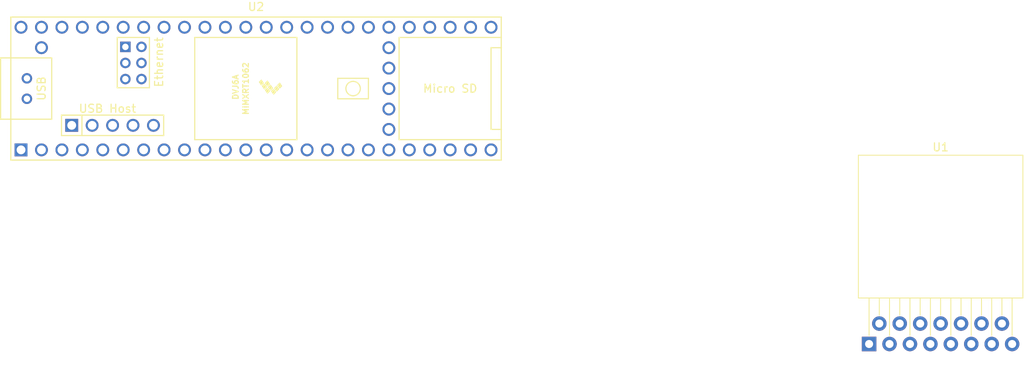
<source format=kicad_pcb>
(kicad_pcb (version 20221018) (generator pcbnew)
  (layers (0 "F.Cu" signal) (31 "B.Cu" signal) (34 "B.Paste" user) (35 "F.Paste" user) (36 "B.SilkS" user "B.Silkscreen") (37 "F.SilkS" user "F.Silkscreen") (38 "B.Mask" user) (39 "F.Mask" user) (44 "Edge.Cuts" user))
  (net 0 "")
  (footprint "Package_TO_SOT_THT:TO-220-15_P2.54x2.54mm_StaggerOdd_Lead5.84mm_TabDown" (layer "F.Cu") (at 148.59 72.39)
    (fp_text reference "U1" (at 8.89 -24.46) (layer "F.SilkS"))
    (fp_text value "L298HN")
    (fp_line (start -1.33 -23.46) (end -1.33 -5.72) (stroke (width 0.12)) (layer "F.SilkS"))
    (fp_line (start -1.33 -23.46) (end 19.11 -23.46) (stroke (width 0.12)) (layer "F.SilkS"))
    (fp_line (start -1.33 -5.72) (end 19.11 -5.72) (stroke (width 0.12)) (layer "F.SilkS"))
    (fp_line (start 0 -5.72) (end 0 -1.05) (stroke (width 0.12)) (layer "F.SilkS"))
    (fp_line (start 1.27 -5.72) (end 1.27 -3.606) (stroke (width 0.12)) (layer "F.SilkS"))
    (fp_line (start 2.54 -5.72) (end 2.54 -1.065) (stroke (width 0.12)) (layer "F.SilkS"))
    (fp_line (start 3.81 -5.72) (end 3.81 -3.606) (stroke (width 0.12)) (layer "F.SilkS"))
    (fp_line (start 5.08 -5.72) (end 5.08 -1.065) (stroke (width 0.12)) (layer "F.SilkS"))
    (fp_line (start 6.35 -5.72) (end 6.35 -3.606) (stroke (width 0.12)) (layer "F.SilkS"))
    (fp_line (start 7.62 -5.72) (end 7.62 -1.065) (stroke (width 0.12)) (layer "F.SilkS"))
    (fp_line (start 8.89 -5.72) (end 8.89 -3.606) (stroke (width 0.12)) (layer "F.SilkS"))
    (fp_line (start 10.16 -5.72) (end 10.16 -1.065) (stroke (width 0.12)) (layer "F.SilkS"))
    (fp_line (start 11.43 -5.72) (end 11.43 -3.606) (stroke (width 0.12)) (layer "F.SilkS"))
    (fp_line (start 12.7 -5.72) (end 12.7 -1.065) (stroke (width 0.12)) (layer "F.SilkS"))
    (fp_line (start 13.97 -5.72) (end 13.97 -3.606) (stroke (width 0.12)) (layer "F.SilkS"))
    (fp_line (start 15.24 -5.72) (end 15.24 -1.065) (stroke (width 0.12)) (layer "F.SilkS"))
    (fp_line (start 16.51 -5.72) (end 16.51 -3.606) (stroke (width 0.12)) (layer "F.SilkS"))
    (fp_line (start 17.78 -5.72) (end 17.78 -1.065) (stroke (width 0.12)) (layer "F.SilkS"))
    (fp_line (start 19.11 -23.46) (end 19.11 -5.72) (stroke (width 0.12)) (layer "F.SilkS"))
    (pad "" np_thru_hole oval (at 8.89 -20.54) (size 3.5 3.5) (drill 3.5) (layers "*.Cu" "*.Mask"))
    (pad "1" thru_hole rect (at 0 0) (size 1.8 1.8) (drill 1) (layers "*.Cu" "*.Mask"))
    (pad "2" thru_hole oval (at 1.27 -2.54) (size 1.8 1.8) (drill 1) (layers "*.Cu" "*.Mask"))
    (pad "3" thru_hole oval (at 2.54 0) (size 1.8 1.8) (drill 1) (layers "*.Cu" "*.Mask"))
    (pad "4" thru_hole oval (at 3.81 -2.54) (size 1.8 1.8) (drill 1) (layers "*.Cu" "*.Mask"))
    (pad "5" thru_hole oval (at 5.08 0) (size 1.8 1.8) (drill 1) (layers "*.Cu" "*.Mask"))
    (pad "6" thru_hole oval (at 6.35 -2.54) (size 1.8 1.8) (drill 1) (layers "*.Cu" "*.Mask"))
    (pad "7" thru_hole oval (at 7.62 0) (size 1.8 1.8) (drill 1) (layers "*.Cu" "*.Mask"))
    (pad "8" thru_hole oval (at 8.89 -2.54) (size 1.8 1.8) (drill 1) (layers "*.Cu" "*.Mask"))
    (pad "9" thru_hole oval (at 10.16 0) (size 1.8 1.8) (drill 1) (layers "*.Cu" "*.Mask"))
    (pad "10" thru_hole oval (at 11.43 -2.54) (size 1.8 1.8) (drill 1) (layers "*.Cu" "*.Mask"))
    (pad "11" thru_hole oval (at 12.7 0) (size 1.8 1.8) (drill 1) (layers "*.Cu" "*.Mask"))
    (pad "12" thru_hole oval (at 13.97 -2.54) (size 1.8 1.8) (drill 1) (layers "*.Cu" "*.Mask"))
    (pad "13" thru_hole oval (at 15.24 0) (size 1.8 1.8) (drill 1) (layers "*.Cu" "*.Mask"))
    (pad "14" thru_hole oval (at 16.51 -2.54) (size 1.8 1.8) (drill 1) (layers "*.Cu" "*.Mask"))
    (pad "15" thru_hole oval (at 17.78 0) (size 1.8 1.8) (drill 1) (layers "*.Cu" "*.Mask"))
  )
  (footprint "Teensy:Teensy41" (layer "F.Cu") (at 72.39 40.64)
    (fp_text reference "U2" (at 0 -10.16) (layer "F.SilkS"))
    (fp_text value "Teensy4.1")
    (fp_text user "Micro SD" (at 24.13 0) (layer "F.SilkS"))
    (fp_text user "USB Host" (at -18.4658 2.4892) (layer "F.SilkS"))
    (fp_text user "USB" (at -26.67 0 270) (layer "F.SilkS"))
    (fp_text user "MIMXRT1062" (at -1.27 0 -90) (layer "F.SilkS") (effects (font (size 0.7 0.7))))
    (fp_text user "DVJ6A" (at -2.54 -0.18 -90) (layer "F.SilkS") (effects (font (size 0.7 0.7))))
    (fp_text user "Ethernet" (at -12.065 -3.2766 90) (layer "F.SilkS"))
    (fp_line (start -31.75 -3.81) (end -30.48 -3.81) (stroke (width 0.15)) (layer "F.SilkS"))
    (fp_line (start -31.75 3.81) (end -31.75 -3.81) (stroke (width 0.15)) (layer "F.SilkS"))
    (fp_line (start -30.48 -8.89) (end 30.48 -8.89) (stroke (width 0.15)) (layer "F.SilkS"))
    (fp_line (start -30.48 3.81) (end -31.75 3.81) (stroke (width 0.15)) (layer "F.SilkS"))
    (fp_line (start -30.48 8.89) (end -30.48 -8.89) (stroke (width 0.15)) (layer "F.SilkS"))
    (fp_line (start -25.4 -3.81) (end -30.48 -3.81) (stroke (width 0.15)) (layer "F.SilkS"))
    (fp_line (start -25.4 3.81) (end -30.48 3.81) (stroke (width 0.15)) (layer "F.SilkS"))
    (fp_line (start -25.4 3.81) (end -25.4 -3.81) (stroke (width 0.15)) (layer "F.SilkS"))
    (fp_line (start -24.1808 3.2992) (end -21.6408 3.2992) (stroke (width 0.15)) (layer "F.SilkS"))
    (fp_line (start -24.1808 3.2992) (end -11.4808 3.2992) (stroke (width 0.15)) (layer "F.SilkS"))
    (fp_line (start -24.1808 5.8392) (end -24.1808 3.2992) (stroke (width 0.15)) (layer "F.SilkS"))
    (fp_line (start -21.6408 3.2992) (end -21.6408 5.8392) (stroke (width 0.15)) (layer "F.SilkS"))
    (fp_line (start -17.25 -6.3516) (end -17.25 -6.1016) (stroke (width 0.15)) (layer "F.SilkS"))
    (fp_line (start -17.25 -6.1016) (end -17.25 -0.1016) (stroke (width 0.15)) (layer "F.SilkS"))
    (fp_line (start -17.25 -0.1016) (end -13.25 -0.1016) (stroke (width 0.15)) (layer "F.SilkS"))
    (fp_line (start -13.25 -6.3516) (end -17.25 -6.3516) (stroke (width 0.15)) (layer "F.SilkS"))
    (fp_line (start -13.25 -0.1016) (end -13.25 -6.3516) (stroke (width 0.15)) (layer "F.SilkS"))
    (fp_line (start -11.4808 3.2992) (end -11.4808 5.8392) (stroke (width 0.15)) (layer "F.SilkS"))
    (fp_line (start -11.4808 5.8392) (end -24.1808 5.8392) (stroke (width 0.15)) (layer "F.SilkS"))
    (fp_line (start -7.62 -6.35) (end -7.62 6.35) (stroke (width 0.15)) (layer "F.SilkS"))
    (fp_line (start -7.62 6.35) (end 5.08 6.35) (stroke (width 0.15)) (layer "F.SilkS"))
    (fp_line (start 5.08 -6.35) (end -7.62 -6.35) (stroke (width 0.15)) (layer "F.SilkS"))
    (fp_line (start 5.08 6.35) (end 5.08 -6.35) (stroke (width 0.15)) (layer "F.SilkS"))
    (fp_line (start 10.16 -1.27) (end 13.97 -1.27) (stroke (width 0.15)) (layer "F.SilkS"))
    (fp_line (start 10.16 1.27) (end 10.16 -1.27) (stroke (width 0.15)) (layer "F.SilkS"))
    (fp_line (start 13.97 -1.27) (end 13.97 1.27) (stroke (width 0.15)) (layer "F.SilkS"))
    (fp_line (start 13.97 1.27) (end 10.16 1.27) (stroke (width 0.15)) (layer "F.SilkS"))
    (fp_line (start 17.78 -6.35) (end 17.78 6.35) (stroke (width 0.15)) (layer "F.SilkS"))
    (fp_line (start 17.78 6.35) (end 30.48 6.35) (stroke (width 0.15)) (layer "F.SilkS"))
    (fp_line (start 29.21 -5.08) (end 29.21 5.08) (stroke (width 0.15)) (layer "F.SilkS"))
    (fp_line (start 29.21 5.08) (end 30.48 5.08) (stroke (width 0.15)) (layer "F.SilkS"))
    (fp_line (start 30.48 -8.89) (end 30.48 8.89) (stroke (width 0.15)) (layer "F.SilkS"))
    (fp_line (start 30.48 -6.35) (end 17.78 -6.35) (stroke (width 0.15)) (layer "F.SilkS"))
    (fp_line (start 30.48 -5.08) (end 29.21 -5.08) (stroke (width 0.15)) (layer "F.SilkS"))
    (fp_line (start 30.48 8.89) (end -30.48 8.89) (stroke (width 0.15)) (layer "F.SilkS"))
    (fp_circle (center 12.065 0) (end 12.7 -0.635) (stroke (width 0.15)) (fill none) (layer "F.SilkS"))
    (fp_poly (pts (xy 0.911 -0.688) (xy 0.657 -0.434) (xy 0.403 -0.815) (xy 0.657 -1.069)) (stroke (width 0.1)) (fill solid) (layer "F.SilkS"))
    (fp_poly (pts (xy 1.292 -0.18) (xy 1.038 0.074) (xy 0.784 -0.307) (xy 1.038 -0.561)) (stroke (width 0.1)) (fill solid) (layer "F.SilkS"))
    (fp_poly (pts (xy 1.673 -0.561) (xy 1.419 -0.307) (xy 1.165 -0.688) (xy 1.419 -0.942)) (stroke (width 0.1)) (fill solid) (layer "F.SilkS"))
    (fp_poly (pts (xy 1.673 0.328) (xy 1.419 0.582) (xy 1.165 0.201) (xy 1.419 -0.053)) (stroke (width 0.1)) (fill solid) (layer "F.SilkS"))
    (fp_poly (pts (xy 2.054 -0.053) (xy 1.8 0.201) (xy 1.546 -0.18) (xy 1.8 -0.434)) (stroke (width 0.1)) (fill solid) (layer "F.SilkS"))
    (fp_poly (pts (xy 2.435 0.455) (xy 2.181 0.709) (xy 1.927 0.328) (xy 2.181 0.074)) (stroke (width 0.1)) (fill solid) (layer "F.SilkS"))
    (fp_poly (pts (xy 2.816 0.074) (xy 2.562 0.328) (xy 2.308 -0.053) (xy 2.562 -0.307)) (stroke (width 0.1)) (fill solid) (layer "F.SilkS"))
    (fp_poly (pts (xy 3.197 -0.307) (xy 2.943 -0.053) (xy 2.689 -0.434) (xy 2.943 -0.688)) (stroke (width 0.1)) (fill solid) (layer "F.SilkS"))
    (pad "1" thru_hole rect (at -29.21 7.62) (size 1.6 1.6) (drill 1.1) (layers "*.Cu" "*.Mask"))
    (pad "2" thru_hole circle (at -26.67 7.62) (size 1.6 1.6) (drill 1.1) (layers "*.Cu" "*.Mask"))
    (pad "3" thru_hole circle (at -24.13 7.62) (size 1.6 1.6) (drill 1.1) (layers "*.Cu" "*.Mask"))
    (pad "4" thru_hole circle (at -21.59 7.62) (size 1.6 1.6) (drill 1.1) (layers "*.Cu" "*.Mask"))
    (pad "5" thru_hole circle (at -19.05 7.62) (size 1.6 1.6) (drill 1.1) (layers "*.Cu" "*.Mask"))
    (pad "6" thru_hole circle (at -16.51 7.62) (size 1.6 1.6) (drill 1.1) (layers "*.Cu" "*.Mask"))
    (pad "7" thru_hole circle (at -13.97 7.62) (size 1.6 1.6) (drill 1.1) (layers "*.Cu" "*.Mask"))
    (pad "8" thru_hole circle (at -11.43 7.62) (size 1.6 1.6) (drill 1.1) (layers "*.Cu" "*.Mask"))
    (pad "9" thru_hole circle (at -8.89 7.62) (size 1.6 1.6) (drill 1.1) (layers "*.Cu" "*.Mask"))
    (pad "10" thru_hole circle (at -6.35 7.62) (size 1.6 1.6) (drill 1.1) (layers "*.Cu" "*.Mask"))
    (pad "11" thru_hole circle (at -3.81 7.62) (size 1.6 1.6) (drill 1.1) (layers "*.Cu" "*.Mask"))
    (pad "12" thru_hole circle (at -1.27 7.62) (size 1.6 1.6) (drill 1.1) (layers "*.Cu" "*.Mask"))
    (pad "13" thru_hole circle (at 1.27 7.62) (size 1.6 1.6) (drill 1.1) (layers "*.Cu" "*.Mask"))
    (pad "14" thru_hole circle (at 3.81 7.62) (size 1.6 1.6) (drill 1.1) (layers "*.Cu" "*.Mask"))
    (pad "15" thru_hole circle (at 6.35 7.62) (size 1.6 1.6) (drill 1.1) (layers "*.Cu" "*.Mask"))
    (pad "16" thru_hole circle (at 8.89 7.62) (size 1.6 1.6) (drill 1.1) (layers "*.Cu" "*.Mask"))
    (pad "17" thru_hole circle (at 11.43 7.62) (size 1.6 1.6) (drill 1.1) (layers "*.Cu" "*.Mask"))
    (pad "18" thru_hole circle (at 13.97 7.62) (size 1.6 1.6) (drill 1.1) (layers "*.Cu" "*.Mask"))
    (pad "19" thru_hole circle (at 16.51 7.62) (size 1.6 1.6) (drill 1.1) (layers "*.Cu" "*.Mask"))
    (pad "20" thru_hole circle (at 19.05 7.62) (size 1.6 1.6) (drill 1.1) (layers "*.Cu" "*.Mask"))
    (pad "21" thru_hole circle (at 21.59 7.62) (size 1.6 1.6) (drill 1.1) (layers "*.Cu" "*.Mask"))
    (pad "22" thru_hole circle (at 24.13 7.62) (size 1.6 1.6) (drill 1.1) (layers "*.Cu" "*.Mask"))
    (pad "23" thru_hole circle (at 26.67 7.62) (size 1.6 1.6) (drill 1.1) (layers "*.Cu" "*.Mask"))
    (pad "24" thru_hole circle (at 29.21 7.62) (size 1.6 1.6) (drill 1.1) (layers "*.Cu" "*.Mask"))
    (pad "25" thru_hole circle (at 29.21 -7.62) (size 1.6 1.6) (drill 1.1) (layers "*.Cu" "*.Mask"))
    (pad "26" thru_hole circle (at 26.67 -7.62) (size 1.6 1.6) (drill 1.1) (layers "*.Cu" "*.Mask"))
    (pad "27" thru_hole circle (at 24.13 -7.62) (size 1.6 1.6) (drill 1.1) (layers "*.Cu" "*.Mask"))
    (pad "28" thru_hole circle (at 21.59 -7.62) (size 1.6 1.6) (drill 1.1) (layers "*.Cu" "*.Mask"))
    (pad "29" thru_hole circle (at 19.05 -7.62) (size 1.6 1.6) (drill 1.1) (layers "*.Cu" "*.Mask"))
    (pad "30" thru_hole circle (at 16.51 -7.62) (size 1.6 1.6) (drill 1.1) (layers "*.Cu" "*.Mask"))
    (pad "31" thru_hole circle (at 13.97 -7.62) (size 1.6 1.6) (drill 1.1) (layers "*.Cu" "*.Mask"))
    (pad "32" thru_hole circle (at 11.43 -7.62) (size 1.6 1.6) (drill 1.1) (layers "*.Cu" "*.Mask"))
    (pad "33" thru_hole circle (at 8.89 -7.62) (size 1.6 1.6) (drill 1.1) (layers "*.Cu" "*.Mask"))
    (pad "34" thru_hole circle (at 6.35 -7.62) (size 1.6 1.6) (drill 1.1) (layers "*.Cu" "*.Mask"))
    (pad "35" thru_hole circle (at 3.81 -7.62) (size 1.6 1.6) (drill 1.1) (layers "*.Cu" "*.Mask"))
    (pad "36" thru_hole circle (at 1.27 -7.62) (size 1.6 1.6) (drill 1.1) (layers "*.Cu" "*.Mask"))
    (pad "37" thru_hole circle (at -1.27 -7.62) (size 1.6 1.6) (drill 1.1) (layers "*.Cu" "*.Mask"))
    (pad "38" thru_hole circle (at -3.81 -7.62) (size 1.6 1.6) (drill 1.1) (layers "*.Cu" "*.Mask"))
    (pad "39" thru_hole circle (at -6.35 -7.62) (size 1.6 1.6) (drill 1.1) (layers "*.Cu" "*.Mask"))
    (pad "40" thru_hole circle (at -8.89 -7.62) (size 1.6 1.6) (drill 1.1) (layers "*.Cu" "*.Mask"))
    (pad "41" thru_hole circle (at -11.43 -7.62) (size 1.6 1.6) (drill 1.1) (layers "*.Cu" "*.Mask"))
    (pad "42" thru_hole circle (at -13.97 -7.62) (size 1.6 1.6) (drill 1.1) (layers "*.Cu" "*.Mask"))
    (pad "43" thru_hole circle (at -16.51 -7.62) (size 1.6 1.6) (drill 1.1) (layers "*.Cu" "*.Mask"))
    (pad "44" thru_hole circle (at -19.05 -7.62) (size 1.6 1.6) (drill 1.1) (layers "*.Cu" "*.Mask"))
    (pad "45" thru_hole circle (at -21.59 -7.62) (size 1.6 1.6) (drill 1.1) (layers "*.Cu" "*.Mask"))
    (pad "46" thru_hole circle (at -24.13 -7.62) (size 1.6 1.6) (drill 1.1) (layers "*.Cu" "*.Mask"))
    (pad "47" thru_hole circle (at -26.67 -7.62) (size 1.6 1.6) (drill 1.1) (layers "*.Cu" "*.Mask"))
    (pad "48" thru_hole circle (at -29.21 -7.62) (size 1.6 1.6) (drill 1.1) (layers "*.Cu" "*.Mask"))
    (pad "49" thru_hole circle (at -26.67 -5.08) (size 1.6 1.6) (drill 1.1) (layers "*.Cu" "*.Mask"))
    (pad "50" thru_hole circle (at 16.51 5.08) (size 1.6 1.6) (drill 1.1) (layers "*.Cu" "*.Mask"))
    (pad "51" thru_hole circle (at 16.51 2.54) (size 1.6 1.6) (drill 1.1) (layers "*.Cu" "*.Mask"))
    (pad "52" thru_hole circle (at 16.51 0) (size 1.6 1.6) (drill 1.1) (layers "*.Cu" "*.Mask"))
    (pad "53" thru_hole circle (at 16.51 -2.54) (size 1.6 1.6) (drill 1.1) (layers "*.Cu" "*.Mask"))
    (pad "54" thru_hole circle (at 16.51 -5.08) (size 1.6 1.6) (drill 1.1) (layers "*.Cu" "*.Mask"))
    (pad "55" thru_hole rect (at -22.9108 4.5692) (size 1.6 1.6) (drill 1.1) (layers "*.Cu" "*.Mask"))
    (pad "56" thru_hole circle (at -20.3708 4.5692) (size 1.6 1.6) (drill 1.1) (layers "*.Cu" "*.Mask"))
    (pad "57" thru_hole circle (at -17.8308 4.5692) (size 1.6 1.6) (drill 1.1) (layers "*.Cu" "*.Mask"))
    (pad "58" thru_hole circle (at -15.2908 4.5692) (size 1.6 1.6) (drill 1.1) (layers "*.Cu" "*.Mask"))
    (pad "59" thru_hole circle (at -12.7508 4.5692) (size 1.6 1.6) (drill 1.1) (layers "*.Cu" "*.Mask"))
    (pad "60" thru_hole rect (at -16.24 -5.1816) (size 1.3 1.3) (drill 0.8) (layers "*.Cu" "*.Mask"))
    (pad "61" thru_hole circle (at -16.24 -3.1816) (size 1.3 1.3) (drill 0.8) (layers "*.Cu" "*.Mask"))
    (pad "62" thru_hole circle (at -16.24 -1.1816) (size 1.3 1.3) (drill 0.8) (layers "*.Cu" "*.Mask"))
    (pad "63" thru_hole circle (at -14.24 -1.1816) (size 1.3 1.3) (drill 0.8) (layers "*.Cu" "*.Mask"))
    (pad "64" thru_hole circle (at -14.24 -3.1816) (size 1.3 1.3) (drill 0.8) (layers "*.Cu" "*.Mask"))
    (pad "65" thru_hole circle (at -14.24 -5.1816) (size 1.3 1.3) (drill 0.8) (layers "*.Cu" "*.Mask"))
    (pad "66" thru_hole circle (at -28.48 -1.27) (size 1.3 1.3) (drill 0.8) (layers "*.Cu" "*.Mask"))
    (pad "67" thru_hole circle (at -28.48 1.27) (size 1.3 1.3) (drill 0.8) (layers "*.Cu" "*.Mask"))
  )
)
</source>
